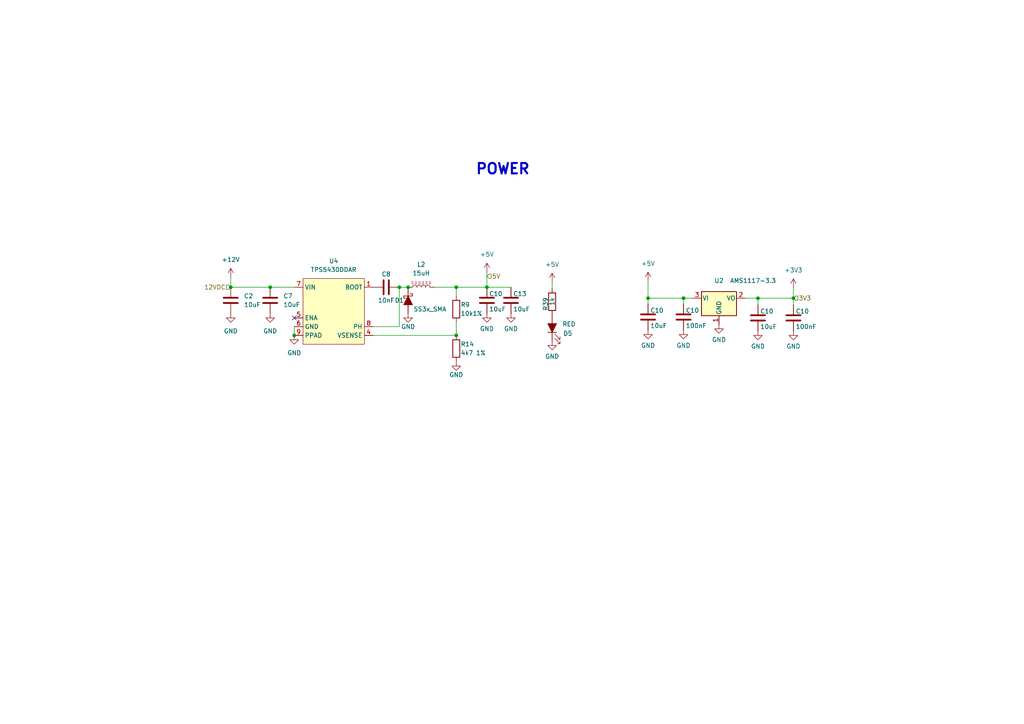
<source format=kicad_sch>
(kicad_sch (version 20230121) (generator eeschema)
  (paper "A4")
  (lib_symbols
    (symbol "ph_lib:AMS1117-3.3" (pin_names (offset 0.254))
      (property "Reference" "U" (at -3.81 3.175 0))
      (symbol "AMS1117-3.3_0_1"
        (rectangle (start -5.08 -5.08) (end 5.08 1.905) (stroke (width 0.254)) (fill (type background)))
      )
      (symbol "AMS1117-3.3_1_1"
        (pin power_in line (at 0 -7.62 90) (length 2.54) (name "GND") (number "1"))
        (pin power_out line (at 7.62 0 180) (length 2.54) (name "VO") (number "2"))
        (pin power_in line (at -7.62 0 0) (length 2.54) (name "VI") (number "3"))
      )
    )
    (symbol "ph_lib:C0805" (pin_numbers hide) (pin_names (offset 0.254))
      (property "Reference" "C" (at 0.635 2.54 0))
      (property "Value" "C0805" (at 0.635 -2.54 0))
      (symbol "C0805_0_1"
        (polyline (pts (xy -2.032 -0.762) (xy 2.032 -0.762)) (stroke (width 0.508)))
        (polyline (pts (xy -2.032 0.762) (xy 2.032 0.762)) (stroke (width 0.508)))
      )
      (symbol "C0805_1_1"
        (pin passive line (at 0 3.81 270) (length 2.794) (name "~") (number "1"))
        (pin passive line (at 0 -3.81 90) (length 2.794) (name "~") (number "2"))
      )
    )
    (symbol "ph_lib:C1210" (pin_numbers hide) (pin_names (offset 1.016))
      (property "Reference" "C" (at 1.27 2.54 0))
      (property "Value" "C1210" (at 0 0 0))
      (symbol "C1210_1_1"
        (polyline (pts (xy -2.032 -7.112) (xy 2.032 -7.112)) (stroke (width 0.508)))
        (polyline (pts (xy -2.032 -5.588) (xy 2.032 -5.588)) (stroke (width 0.508)))
        (pin passive line (at 0 -2.54 270) (length 2.794) (name "~") (number "1"))
        (pin passive line (at 0 -10.16 90) (length 2.794) (name "~") (number "2"))
      )
    )
    (symbol "ph_lib:LED0805" (pin_numbers hide) (pin_names (offset 1.016) hide)
      (property "Reference" "D" (at 0 2.54 0))
      (property "Value" "LED0805" (at 0 -2.54 0))
      (symbol "LED0805_0_1"
        (polyline (pts (xy -1.27 -1.27) (xy -1.27 1.27)) (stroke (width 0.2032)))
        (polyline (pts (xy -1.27 0) (xy 1.27 0)))
        (polyline (pts (xy 1.27 -1.27) (xy 1.27 1.27) (xy -1.27 0) (xy 1.27 -1.27)) (stroke (width 0.2032)) (fill (type outline)))
        (polyline (pts (xy -3.048 -0.762) (xy -4.572 -2.286) (xy -3.81 -2.286) (xy -4.572 -2.286) (xy -4.572 -1.524)))
        (polyline (pts (xy -1.778 -0.762) (xy -3.302 -2.286) (xy -2.54 -2.286) (xy -3.302 -2.286) (xy -3.302 -1.524)))
      )
      (symbol "LED0805_1_1"
        (pin passive line (at 3.81 0 180) (length 2.54) (name "A") (number "1"))
        (pin passive line (at -3.81 0 0) (length 2.54) (name "K") (number "2"))
      )
    )
    (symbol "ph_lib:L_Power_3A" (pin_numbers hide) (pin_names (offset 1.016) hide)
      (property "Reference" "L" (at -2.286 2.54 0))
      (property "Value" "L_Power_3A" (at 4.064 2.54 0))
      (symbol "L_Power_3A_1_1"
        (arc (start -1.016 -0.254) (mid -1.651 0.3783) (end -2.286 -0.254))
        (polyline (pts (xy -2.54 1.27) (xy -2.032 1.27)))
        (polyline (pts (xy -2.032 0.762) (xy -2.54 0.762)))
        (polyline (pts (xy -1.524 1.27) (xy -1.016 1.27)))
        (polyline (pts (xy -1.016 0.762) (xy -1.524 0.762)))
        (polyline (pts (xy -0.508 1.27) (xy 0 1.27)))
        (polyline (pts (xy 0 0.762) (xy -0.508 0.762)))
        (polyline (pts (xy 0.508 1.27) (xy 1.016 1.27)))
        (polyline (pts (xy 1.016 0.762) (xy 0.508 0.762)))
        (polyline (pts (xy 1.524 1.27) (xy 2.032 1.27)))
        (polyline (pts (xy 2.032 0.762) (xy 1.524 0.762)))
        (polyline (pts (xy 2.54 1.27) (xy 3.048 1.27)))
        (polyline (pts (xy 3.048 0.762) (xy 2.54 0.762)))
        (arc (start 0.254 -0.254) (mid -0.381 0.3783) (end -1.016 -0.254))
        (arc (start 1.524 -0.254) (mid 0.889 0.3783) (end 0.254 -0.254))
        (arc (start 2.794 -0.254) (mid 2.159 0.3783) (end 1.524 -0.254))
        (pin passive line (at -3.556 -0.254 0) (length 1.27) (name "1") (number "1"))
        (pin passive line (at 4.064 -0.254 180) (length 1.27) (name "2") (number "2"))
      )
    )
    (symbol "ph_lib:R0805" (pin_numbers hide) (pin_names (offset 0))
      (property "Reference" "R" (at 2.032 0 90))
      (property "Value" "R0805" (at 0 0 90))
      (symbol "R0805_0_1"
        (rectangle (start -1.016 -2.54) (end 1.016 2.54) (stroke (width 0.254)))
      )
      (symbol "R0805_1_1"
        (pin passive line (at 0 3.81 270) (length 1.27) (name "~") (number "1"))
        (pin passive line (at 0 -3.81 90) (length 1.27) (name "~") (number "2"))
      )
    )
    (symbol "ph_lib:SS3x_SMB" (pin_numbers hide) (pin_names (offset 1.016) hide)
      (property "Reference" "D" (at 0 2.54 0))
      (property "Value" "SS3x_SMB" (at 0 -2.54 0))
      (symbol "SS3x_SMB_0_1"
        (polyline (pts (xy 1.27 0) (xy -1.27 0)))
        (polyline (pts (xy 1.27 1.27) (xy 1.27 -1.27) (xy -1.27 0) (xy 1.27 1.27)) (stroke (width 0.2032)) (fill (type outline)))
        (polyline (pts (xy -1.905 0.635) (xy -1.905 1.27) (xy -1.27 1.27) (xy -1.27 -1.27) (xy -0.635 -1.27) (xy -0.635 -0.635)) (stroke (width 0.2032)))
      )
      (symbol "SS3x_SMB_1_1"
        (pin passive line (at -3.81 0 0) (length 2.54) (name "K") (number "1"))
        (pin passive line (at 3.81 0 180) (length 2.54) (name "A") (number "2"))
      )
    )
    (symbol "ph_lib:TPS5430DDAR"
      (property "Reference" "U4" (at 0 13.97 0))
      (property "Value" "TPS5430DDAR" (at 0 11.43 0))
      (symbol "TPS5430DDAR_0_0"
        (pin passive line (at 11.43 6.35 180) (length 2.54) (name "BOOT") (number "1"))
        (pin passive line (at -11.43 2.54 0) (length 2.54) hide (name "NC") (number "2"))
        (pin passive line (at -11.43 0 0) (length 2.54) hide (name "NC") (number "3"))
        (pin passive line (at 11.43 -7.62 180) (length 2.54) (name "VSENSE") (number "4"))
        (pin passive line (at -11.43 -2.54 0) (length 2.54) (name "ENA") (number "5"))
        (pin passive line (at -11.43 -5.08 0) (length 2.54) (name "GND") (number "6"))
        (pin passive line (at -11.43 6.35 0) (length 2.54) (name "VIN") (number "7"))
        (pin passive line (at 11.43 -5.08 180) (length 2.54) (name "PH") (number "8"))
        (pin passive line (at -11.43 -7.62 0) (length 2.54) (name "PPAD") (number "9"))
      )
      (symbol "TPS5430DDAR_1_1"
        (rectangle (start -8.89 8.89) (end 8.89 -10.16) (fill (type background)))
      )
    )
    (symbol "power:+12V" (power) (pin_names (offset 0))
      (property "Value" "+12V" (at 0 3.556 0))
      (symbol "+12V_0_1"
        (polyline (pts (xy -0.762 1.27) (xy 0 2.54)))
        (polyline (pts (xy 0 0) (xy 0 2.54)))
        (polyline (pts (xy 0 2.54) (xy 0.762 1.27)))
      )
      (symbol "+12V_1_1"
        (pin power_in line (at 0 0 90) (length 0) hide (name "+12V") (number "1"))
      )
    )
    (symbol "power:+3V3" (power) (pin_names (offset 0))
      (property "Value" "+3V3" (at 0 3.556 0))
      (symbol "+3V3_0_1"
        (polyline (pts (xy -0.762 1.27) (xy 0 2.54)))
        (polyline (pts (xy 0 0) (xy 0 2.54)))
        (polyline (pts (xy 0 2.54) (xy 0.762 1.27)))
      )
      (symbol "+3V3_1_1"
        (pin power_in line (at 0 0 90) (length 0) hide (name "+3V3") (number "1"))
      )
    )
    (symbol "power:+5V" (power) (pin_names (offset 0))
      (property "Value" "+5V" (at 0 3.556 0))
      (symbol "+5V_0_1"
        (polyline (pts (xy -0.762 1.27) (xy 0 2.54)))
        (polyline (pts (xy 0 0) (xy 0 2.54)))
        (polyline (pts (xy 0 2.54) (xy 0.762 1.27)))
      )
      (symbol "+5V_1_1"
        (pin power_in line (at 0 0 90) (length 0) hide (name "+5V") (number "1"))
      )
    )
    (symbol "power:GND" (power) (pin_names (offset 0))
      (property "Value" "GND" (at 0 -3.81 0))
      (symbol "GND_0_1"
        (polyline (pts (xy 0 0) (xy 0 -1.27) (xy 1.27 -1.27) (xy 0 -2.54) (xy -1.27 -1.27) (xy 0 -1.27)))
      )
      (symbol "GND_1_1"
        (pin power_in line (at 0 0 270) (length 0) hide (name "GND") (number "1"))
      )
    )
  )
  (junction (at 85.344 97.282))
  (junction (at 187.96 86.487))
  (junction (at 141.224 83.312))
  (junction (at 132.334 83.312))
  (junction (at 219.837 86.487))
  (junction (at 132.334 97.282))
  (junction (at 118.364 83.312))
  (junction (at 198.247 86.487))
  (junction (at 78.359 83.312))
  (junction (at 115.824 83.312))
  (junction (at 230.124 86.487))
  (junction (at 66.929 83.312))
  (no_connect (at 85.344 92.202))
  (wire (pts (xy 230.124 86.487) (xy 230.124 88.392)))
  (wire (pts (xy 160.147 81.788) (xy 160.147 83.693)))
  (wire (pts (xy 132.334 97.282) (xy 132.334 93.472)))
  (wire (pts (xy 230.124 83.439) (xy 230.124 86.487)))
  (wire (pts (xy 85.344 94.742) (xy 85.344 97.282)))
  (wire (pts (xy 216.154 86.487) (xy 219.837 86.487)))
  (wire (pts (xy 108.204 94.742) (xy 115.824 94.742)))
  (wire (pts (xy 78.359 83.312) (xy 85.344 83.312)))
  (wire (pts (xy 187.96 81.534) (xy 187.96 86.487)))
  (wire (pts (xy 132.334 85.852) (xy 132.334 83.312)))
  (wire (pts (xy 141.224 78.867) (xy 141.224 83.312)))
  (wire (pts (xy 66.929 83.312) (xy 78.359 83.312)))
  (wire (pts (xy 132.334 83.312) (xy 141.224 83.312)))
  (wire (pts (xy 115.824 94.742) (xy 115.824 83.312)))
  (wire (pts (xy 141.224 83.312) (xy 148.209 83.312)))
  (wire (pts (xy 187.96 86.487) (xy 187.96 88.138)))
  (wire (pts (xy 125.984 83.312) (xy 132.334 83.312)))
  (wire (pts (xy 198.247 86.487) (xy 187.96 86.487)))
  (wire (pts (xy 200.914 86.487) (xy 198.247 86.487)))
  (wire (pts (xy 115.824 83.312) (xy 118.364 83.312)))
  (wire (pts (xy 108.204 97.282) (xy 132.334 97.282)))
  (wire (pts (xy 198.247 86.487) (xy 198.247 88.138)))
  (wire (pts (xy 66.929 80.391) (xy 66.929 83.312)))
  (wire (pts (xy 219.837 86.487) (xy 219.837 88.392)))
  (wire (pts (xy 219.837 86.487) (xy 230.124 86.487)))
  (text "POWER" (at 137.795 50.927 0) (effects (font (size 3 3) (thickness 0.6) bold) (justify left bottom)))
  (hierarchical_label "3V3" (shape input) (at 230.124 86.487 0))
  (hierarchical_label "5V" (shape input) (at 141.224 80.137 0))
  (hierarchical_label "12VDC" (shape input) (at 66.929 83.312 180))
  (symbol (lib_id "power:+3V3") (at 230.124 83.439 0) (unit 1)
    (property "Reference" "#PWR034" (effects hide))
    (property "Value" "+3V3" (at 230.124 78.359 0))
    (instances (project "ph_portable_refrigerator_v2_hw" (path "" (reference "#PWR034") (unit 1)) (path "" (reference "#PWR038") (unit 1))))
  )
  (symbol (lib_id "ph_lib:C1210") (at 187.96 85.598 0) (unit 1)
    (property "Reference" "C10" (at 188.595 90.043 0) (effects (justify left)))
    (property "Value" "10uF" (at 188.595 94.488 0) (effects (justify left)))
    (property "Footprint" "Resistor_SMD:R_0805_2012Metric" (effects hide))
    (property "Desc" "Capacitor SMD Ceramic 1210" (effects hide))
    (property "Link" "http://www.tme.vn/Products.aspx?cateId=256" (effects hide))
    (instances (project "ph_portable_refrigerator_v2_hw" (path "" (reference "C10") (unit 1)) (path "" (reference "C13") (unit 1))))
  )
  (symbol (lib_id "ph_lib:L_Power_3A") (at 121.92 83.058 0) (unit 1)
    (property "Reference" "L2" (at 122.174 76.708 0))
    (property "Value" "15uH" (at 122.174 79.248 0))
    (property "Footprint" "Inductor_SMD:L_Bourns_SRR1260" (effects hide))
    (property "Desc" "47uH 3A SMD 12x12x8mm Shielded Power Inductor" (effects hide))
    (property "Link" "http://www.tme.vn/Product.aspx?id=2055#page=pro_info" (effects hide))
  )
  (symbol (lib_id "power:+5V") (at 141.224 78.867 0) (unit 1)
    (property "Reference" "#PWR035" (effects hide))
    (property "Value" "+5V" (at 141.224 73.787 0))
    (instances (project "ph_portable_refrigerator_v2_hw" (path "" (reference "#PWR035") (unit 1)) (path "" (reference "#PWR026") (unit 1))))
  )
  (symbol (lib_id "ph_lib:R0805") (at 160.147 87.503 180) (unit 1)
    (property "Reference" "R39" (at 158.242 86.233 90) (effects (justify left)))
    (property "Value" "1k" (at 160.147 86.233 90) (effects (justify left)))
    (property "Footprint" "Resistor_SMD:R_0805_2012Metric" (effects hide))
    (property "Desc" "Resistor SMD 0805" (effects hide))
    (property "Link" "http://www.dientuachau.com/res-1-0805" (effects hide))
    (instances (project "ph_portable_refrigerator_v2_hw" (path "" (reference "R39") (unit 1)) (path "" (reference "R38") (unit 1))))
  )
  (symbol (lib_id "power:GND") (at 118.364 90.932 0) (unit 1)
    (property "Reference" "#PWR019" (effects hide))
    (property "Value" "GND" (at 118.364 94.742 0))
  )
  (symbol (lib_id "power:GND") (at 230.124 96.012 0) (unit 1)
    (property "Reference" "#PWR042" (effects hide))
    (property "Value" "GND" (at 230.124 100.457 0))
    (instances (project "ph_portable_refrigerator_v2_hw" (path "" (reference "#PWR042") (unit 1)) (path "" (reference "#PWR0100") (unit 1))))
  )
  (symbol (lib_id "ph_lib:C1210") (at 141.224 80.772 0) (unit 1)
    (property "Reference" "C10" (at 141.859 85.217 0) (effects (justify left)))
    (property "Value" "10uF" (at 141.859 89.662 0) (effects (justify left)))
    (property "Footprint" "Resistor_SMD:R_2010_5025Metric" (effects hide))
    (property "Desc" "Capacitor SMD Ceramic 1210" (effects hide))
    (property "Link" "http://www.tme.vn/Products.aspx?cateId=256" (effects hide))
    (instances (project "ph_portable_refrigerator_v2_hw" (path "" (reference "C10") (unit 1)) (path "" (reference "C9") (unit 1))))
  )
  (symbol (lib_id "power:GND") (at 208.534 94.107 0) (unit 1)
    (property "Reference" "#PWR0105" (effects hide))
    (property "Value" "GND" (at 208.534 98.552 0))
    (instances (project "ph_portable_refrigerator_v2_hw" (path "" (reference "#PWR0105") (unit 1)) (path "" (reference "#PWR034") (unit 1))))
  )
  (symbol (lib_id "ph_lib:SS3x_SMB") (at 118.364 87.122 270) (unit 1)
    (property "Reference" "D1" (at 115.824 87.122 90))
    (property "Value" "SS3x_SMA" (at 124.714 89.662 90))
    (property "Footprint" "Diode_SMD:D_SMA" (effects hide))
    (property "Desc" "SS3x SMB, Size B, DIODE SCHOTTKY 3A, x0V SMB" (effects hide))
    (property "Link" "https://thegioiic.com/products?utf8=%E2%9C%93&search=ss34" (effects hide))
  )
  (symbol (lib_id "power:GND") (at 66.929 90.932 0) (unit 1)
    (property "Reference" "#PWR03" (effects hide))
    (property "Value" "GND" (at 66.929 96.012 0))
  )
  (symbol (lib_id "ph_lib:TPS5430DDAR") (at 96.774 89.662 0) (unit 1)
    (property "Reference" "U4" (at 96.774 75.692 0))
    (property "Value" "TPS5430DDAR" (at 96.774 78.232 0))
    (property "Footprint" "Package_SO:SOIC-8-1EP_3.9x4.9mm_P1.27mm_EP2.29x3mm_ThermalVias" (effects hide))
    (instances (project "ph_portable_refrigerator_v2_hw" (path "" (reference "U4") (unit 1)) (path "" (reference "U2") (unit 1))))
  )
  (symbol (lib_id "power:GND") (at 78.359 90.932 0) (unit 1)
    (property "Reference" "#PWR07" (effects hide))
    (property "Value" "GND" (at 78.359 96.012 0))
  )
  (symbol (lib_id "power:+5V") (at 187.96 81.534 0) (unit 1)
    (property "Reference" "#PWR035" (effects hide))
    (property "Value" "+5V" (at 187.96 76.454 0))
    (instances (project "ph_portable_refrigerator_v2_hw" (path "" (reference "#PWR035") (unit 1)) (path "" (reference "#PWR098") (unit 1))))
  )
  (symbol (lib_id "power:GND") (at 198.247 95.758 0) (unit 1)
    (property "Reference" "#PWR042" (effects hide))
    (property "Value" "GND" (at 198.247 100.203 0))
    (instances (project "ph_portable_refrigerator_v2_hw" (path "" (reference "#PWR042") (unit 1)) (path "" (reference "#PWR0102") (unit 1))))
  )
  (symbol (lib_id "ph_lib:C0805") (at 112.014 83.312 90) (unit 1)
    (property "Reference" "C8" (at 112.014 79.502 90))
    (property "Value" "10nF" (at 112.014 87.122 90))
    (property "Footprint" "Resistor_SMD:R_0805_2012Metric" (effects hide))
    (property "Desc" "Capacitor SMD Ceramic 0805" (effects hide))
    (property "Link" "http://www.dientuachau.com/ceramic-0805" (effects hide))
  )
  (symbol (lib_id "ph_lib:LED0805") (at 160.147 95.123 90) (unit 1)
    (property "Reference" "D5" (at 163.322 96.7231 90) (effects (justify right)))
    (property "Value" "RED" (at 163.068 93.98 90) (effects (justify right)))
    (property "Footprint" "LED_SMD:LED_0805_2012Metric" (effects hide))
    (property "Desc" "LED0805" (effects hide))
    (property "Link" "https://thegioiic.com/product/led-dan-smd-2012-0805" (effects hide))
  )
  (symbol (lib_id "power:+12V") (at 66.929 80.391 0) (unit 1)
    (property "Reference" "#PWR04" (effects hide))
    (property "Value" "+12V" (at 66.929 75.311 0))
  )
  (symbol (lib_id "power:GND") (at 141.224 90.932 0) (unit 1)
    (property "Reference" "#PWR026" (effects hide))
    (property "Value" "GND" (at 141.224 95.377 0))
    (instances (project "ph_portable_refrigerator_v2_hw" (path "" (reference "#PWR026") (unit 1)) (path "" (reference "#PWR028") (unit 1))))
  )
  (symbol (lib_id "power:GND") (at 160.147 98.933 0) (unit 1)
    (property "Reference" "#PWR029" (effects hide))
    (property "Value" "GND" (at 160.147 103.378 0))
    (instances (project "ph_portable_refrigerator_v2_hw" (path "" (reference "#PWR029") (unit 1)) (path "" (reference "#PWR042") (unit 1))))
  )
  (symbol (lib_id "power:GND") (at 132.334 104.902 0) (unit 1)
    (property "Reference" "#PWR021" (effects hide))
    (property "Value" "GND" (at 132.334 108.712 0))
  )
  (symbol (lib_id "ph_lib:R0805") (at 132.334 101.092 0) (unit 1)
    (property "Reference" "R14" (at 133.604 99.822 0) (effects (justify left)))
    (property "Value" "4k7 1%" (at 133.604 102.362 0) (effects (justify left)))
    (property "Footprint" "Resistor_SMD:R_0805_2012Metric" (effects hide))
    (property "Desc" "Resistor SMD 0805" (effects hide))
    (property "Link" "http://www.dientuachau.com/res-1-0805" (effects hide))
  )
  (symbol (lib_id "ph_lib:C1210") (at 148.209 80.772 0) (unit 1)
    (property "Reference" "C13" (at 148.844 85.217 0) (effects (justify left)))
    (property "Value" "10uF" (at 148.844 89.662 0) (effects (justify left)))
    (property "Footprint" "Resistor_SMD:R_2010_5025Metric" (effects hide))
    (property "Desc" "Capacitor SMD Ceramic 1210" (effects hide))
    (property "Link" "http://www.tme.vn/Products.aspx?cateId=256" (effects hide))
    (instances (project "ph_portable_refrigerator_v2_hw" (path "" (reference "C13") (unit 1)) (path "" (reference "C10") (unit 1))))
  )
  (symbol (lib_id "power:GND") (at 85.344 97.282 0) (unit 1)
    (property "Reference" "#PWR017" (effects hide))
    (property "Value" "GND" (at 85.344 102.362 0))
  )
  (symbol (lib_id "power:GND") (at 148.209 90.932 0) (unit 1)
    (property "Reference" "#PWR038" (effects hide))
    (property "Value" "GND" (at 148.209 95.377 0))
    (instances (project "ph_portable_refrigerator_v2_hw" (path "" (reference "#PWR038") (unit 1)) (path "" (reference "#PWR029") (unit 1))))
  )
  (symbol (lib_id "ph_lib:C1210") (at 198.247 85.598 0) (unit 1)
    (property "Reference" "C10" (at 198.882 90.043 0) (effects (justify left)))
    (property "Value" "100nF" (at 198.882 94.488 0) (effects (justify left)))
    (property "Footprint" "Resistor_SMD:R_0805_2012Metric" (effects hide))
    (property "Desc" "Capacitor SMD Ceramic 1210" (effects hide))
    (property "Link" "http://www.tme.vn/Products.aspx?cateId=256" (effects hide))
    (instances (project "ph_portable_refrigerator_v2_hw" (path "" (reference "C10") (unit 1)) (path "" (reference "C14") (unit 1))))
  )
  (symbol (lib_id "ph_lib:C1210") (at 78.359 80.772 0) (unit 1)
    (property "Reference" "C7" (at 82.169 85.8519 0) (effects (justify left)))
    (property "Value" "10uF" (at 82.169 88.3919 0) (effects (justify left)))
    (property "Footprint" "Resistor_SMD:R_2010_5025Metric" (effects hide))
    (property "Desc" "Capacitor SMD Ceramic 1210" (effects hide))
    (property "Link" "http://www.tme.vn/Products.aspx?cateId=256" (effects hide))
  )
  (symbol (lib_id "ph_lib:AMS1117-3.3") (at 208.534 86.487 0) (unit 1)
    (property "Reference" "U2" (at 208.534 81.407 0))
    (property "Value" "AMS1117-3.3" (at 211.709 81.407 0) (effects (justify left)))
    (property "Footprint" "Package_TO_SOT_SMD:SOT-223-3_TabPin2" (effects hide))
    (property "Datasheet" "http://www.advanced-monolithic.com/pdf/ds1117.pdf" (effects hide))
    (instances (project "ph_portable_refrigerator_v2_hw" (path "" (reference "U2") (unit 1)) (path "" (reference "U3") (unit 1))))
  )
  (symbol (lib_id "power:+5V") (at 160.147 81.788 0) (unit 1)
    (property "Reference" "#PWR035" (effects hide))
    (property "Value" "+5V" (at 160.147 76.708 0))
    (instances (project "ph_portable_refrigerator_v2_hw" (path "" (reference "#PWR035") (unit 1)) (path "" (reference "#PWR059") (unit 1))))
  )
  (symbol (lib_id "ph_lib:C1210") (at 230.124 85.852 0) (unit 1)
    (property "Reference" "C10" (at 230.759 90.297 0) (effects (justify left)))
    (property "Value" "100nF" (at 230.759 94.742 0) (effects (justify left)))
    (property "Footprint" "Resistor_SMD:R_0805_2012Metric" (effects hide))
    (property "Desc" "Capacitor SMD Ceramic 1210" (effects hide))
    (property "Link" "http://www.tme.vn/Products.aspx?cateId=256" (effects hide))
    (instances (project "ph_portable_refrigerator_v2_hw" (path "" (reference "C10") (unit 1)) (path "" (reference "C12") (unit 1))))
  )
  (symbol (lib_id "power:GND") (at 219.837 96.012 0) (unit 1)
    (property "Reference" "#PWR042" (effects hide))
    (property "Value" "GND" (at 219.837 100.457 0))
    (instances (project "ph_portable_refrigerator_v2_hw" (path "" (reference "#PWR042") (unit 1)) (path "" (reference "#PWR035") (unit 1))))
  )
  (symbol (lib_id "power:GND") (at 187.96 95.758 0) (unit 1)
    (property "Reference" "#PWR042" (effects hide))
    (property "Value" "GND" (at 187.96 100.203 0))
    (instances (project "ph_portable_refrigerator_v2_hw" (path "" (reference "#PWR042") (unit 1)) (path "" (reference "#PWR0101") (unit 1))))
  )
  (symbol (lib_id "ph_lib:C1210") (at 66.929 80.772 0) (unit 1)
    (property "Reference" "C2" (at 70.739 85.8519 0) (effects (justify left)))
    (property "Value" "10uF" (at 70.739 88.3919 0) (effects (justify left)))
    (property "Footprint" "Resistor_SMD:R_2010_5025Metric" (effects hide))
    (property "Desc" "Capacitor SMD Ceramic 1210" (effects hide))
    (property "Link" "http://www.tme.vn/Products.aspx?cateId=256" (effects hide))
  )
  (symbol (lib_id "ph_lib:R0805") (at 132.334 89.662 0) (unit 1)
    (property "Reference" "R9" (at 133.604 88.392 0) (effects (justify left)))
    (property "Value" "10k1%" (at 133.604 90.932 0) (effects (justify left)))
    (property "Footprint" "Resistor_SMD:R_0805_2012Metric" (effects hide))
    (property "Desc" "Resistor SMD 0805" (effects hide))
    (property "Link" "http://www.dientuachau.com/res-1-0805" (effects hide))
  )
  (symbol (lib_id "ph_lib:C1210") (at 219.837 85.852 0) (unit 1)
    (property "Reference" "C10" (at 220.472 90.297 0) (effects (justify left)))
    (property "Value" "10uF" (at 220.472 94.742 0) (effects (justify left)))
    (property "Footprint" "Resistor_SMD:R_0805_2012Metric" (effects hide))
    (property "Desc" "Capacitor SMD Ceramic 1210" (effects hide))
    (property "Link" "http://www.tme.vn/Products.aspx?cateId=256" (effects hide))
    (instances (project "ph_portable_refrigerator_v2_hw" (path "" (reference "C10") (unit 1)) (path "" (reference "C11") (unit 1))))
  )
)
</source>
